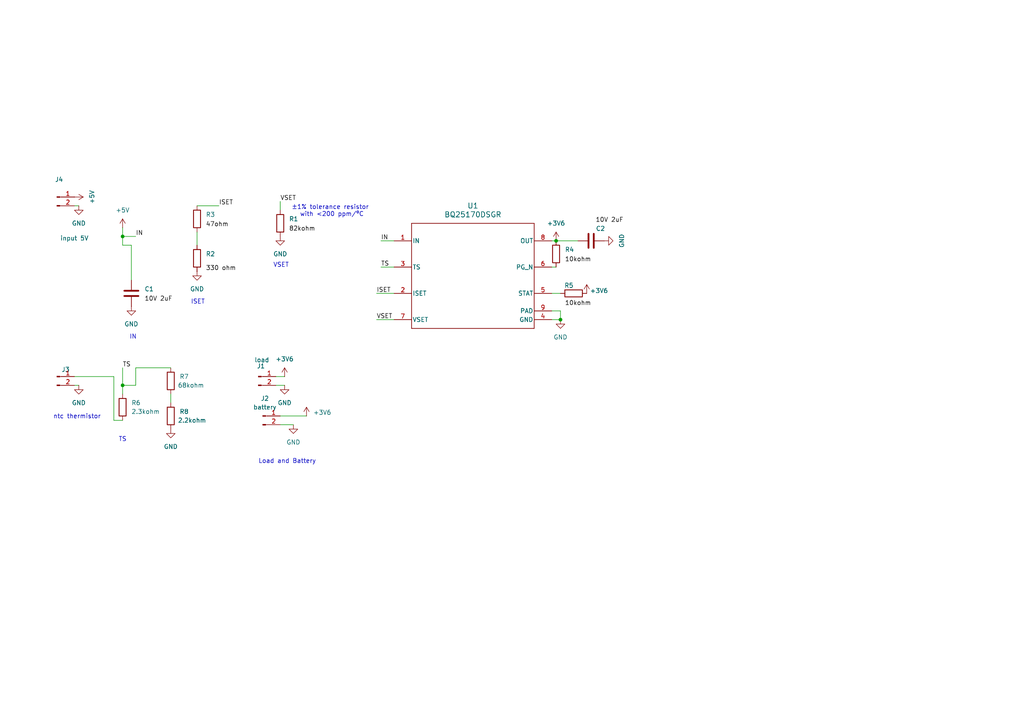
<source format=kicad_sch>
(kicad_sch
	(version 20250114)
	(generator "eeschema")
	(generator_version "9.0")
	(uuid "4e5bd02d-1634-42ed-9cbe-5a906c80cde4")
	(paper "A4")
	(lib_symbols
		(symbol "Connector:Conn_01x02_Pin"
			(pin_names
				(offset 1.016)
				(hide yes)
			)
			(exclude_from_sim no)
			(in_bom yes)
			(on_board yes)
			(property "Reference" "J"
				(at 0 2.54 0)
				(effects
					(font
						(size 1.27 1.27)
					)
				)
			)
			(property "Value" "Conn_01x02_Pin"
				(at 0 -5.08 0)
				(effects
					(font
						(size 1.27 1.27)
					)
				)
			)
			(property "Footprint" ""
				(at 0 0 0)
				(effects
					(font
						(size 1.27 1.27)
					)
					(hide yes)
				)
			)
			(property "Datasheet" "~"
				(at 0 0 0)
				(effects
					(font
						(size 1.27 1.27)
					)
					(hide yes)
				)
			)
			(property "Description" "Generic connector, single row, 01x02, script generated"
				(at 0 0 0)
				(effects
					(font
						(size 1.27 1.27)
					)
					(hide yes)
				)
			)
			(property "ki_locked" ""
				(at 0 0 0)
				(effects
					(font
						(size 1.27 1.27)
					)
				)
			)
			(property "ki_keywords" "connector"
				(at 0 0 0)
				(effects
					(font
						(size 1.27 1.27)
					)
					(hide yes)
				)
			)
			(property "ki_fp_filters" "Connector*:*_1x??_*"
				(at 0 0 0)
				(effects
					(font
						(size 1.27 1.27)
					)
					(hide yes)
				)
			)
			(symbol "Conn_01x02_Pin_1_1"
				(rectangle
					(start 0.8636 0.127)
					(end 0 -0.127)
					(stroke
						(width 0.1524)
						(type default)
					)
					(fill
						(type outline)
					)
				)
				(rectangle
					(start 0.8636 -2.413)
					(end 0 -2.667)
					(stroke
						(width 0.1524)
						(type default)
					)
					(fill
						(type outline)
					)
				)
				(polyline
					(pts
						(xy 1.27 0) (xy 0.8636 0)
					)
					(stroke
						(width 0.1524)
						(type default)
					)
					(fill
						(type none)
					)
				)
				(polyline
					(pts
						(xy 1.27 -2.54) (xy 0.8636 -2.54)
					)
					(stroke
						(width 0.1524)
						(type default)
					)
					(fill
						(type none)
					)
				)
				(pin passive line
					(at 5.08 0 180)
					(length 3.81)
					(name "Pin_1"
						(effects
							(font
								(size 1.27 1.27)
							)
						)
					)
					(number "1"
						(effects
							(font
								(size 1.27 1.27)
							)
						)
					)
				)
				(pin passive line
					(at 5.08 -2.54 180)
					(length 3.81)
					(name "Pin_2"
						(effects
							(font
								(size 1.27 1.27)
							)
						)
					)
					(number "2"
						(effects
							(font
								(size 1.27 1.27)
							)
						)
					)
				)
			)
			(embedded_fonts no)
		)
		(symbol "Device:C"
			(pin_numbers
				(hide yes)
			)
			(pin_names
				(offset 0.254)
			)
			(exclude_from_sim no)
			(in_bom yes)
			(on_board yes)
			(property "Reference" "C"
				(at 0.635 2.54 0)
				(effects
					(font
						(size 1.27 1.27)
					)
					(justify left)
				)
			)
			(property "Value" "C"
				(at 0.635 -2.54 0)
				(effects
					(font
						(size 1.27 1.27)
					)
					(justify left)
				)
			)
			(property "Footprint" ""
				(at 0.9652 -3.81 0)
				(effects
					(font
						(size 1.27 1.27)
					)
					(hide yes)
				)
			)
			(property "Datasheet" "~"
				(at 0 0 0)
				(effects
					(font
						(size 1.27 1.27)
					)
					(hide yes)
				)
			)
			(property "Description" "Unpolarized capacitor"
				(at 0 0 0)
				(effects
					(font
						(size 1.27 1.27)
					)
					(hide yes)
				)
			)
			(property "ki_keywords" "cap capacitor"
				(at 0 0 0)
				(effects
					(font
						(size 1.27 1.27)
					)
					(hide yes)
				)
			)
			(property "ki_fp_filters" "C_*"
				(at 0 0 0)
				(effects
					(font
						(size 1.27 1.27)
					)
					(hide yes)
				)
			)
			(symbol "C_0_1"
				(polyline
					(pts
						(xy -2.032 0.762) (xy 2.032 0.762)
					)
					(stroke
						(width 0.508)
						(type default)
					)
					(fill
						(type none)
					)
				)
				(polyline
					(pts
						(xy -2.032 -0.762) (xy 2.032 -0.762)
					)
					(stroke
						(width 0.508)
						(type default)
					)
					(fill
						(type none)
					)
				)
			)
			(symbol "C_1_1"
				(pin passive line
					(at 0 3.81 270)
					(length 2.794)
					(name "~"
						(effects
							(font
								(size 1.27 1.27)
							)
						)
					)
					(number "1"
						(effects
							(font
								(size 1.27 1.27)
							)
						)
					)
				)
				(pin passive line
					(at 0 -3.81 90)
					(length 2.794)
					(name "~"
						(effects
							(font
								(size 1.27 1.27)
							)
						)
					)
					(number "2"
						(effects
							(font
								(size 1.27 1.27)
							)
						)
					)
				)
			)
			(embedded_fonts no)
		)
		(symbol "Device:R"
			(pin_numbers
				(hide yes)
			)
			(pin_names
				(offset 0)
			)
			(exclude_from_sim no)
			(in_bom yes)
			(on_board yes)
			(property "Reference" "R"
				(at 2.032 0 90)
				(effects
					(font
						(size 1.27 1.27)
					)
				)
			)
			(property "Value" "R"
				(at 0 0 90)
				(effects
					(font
						(size 1.27 1.27)
					)
				)
			)
			(property "Footprint" ""
				(at -1.778 0 90)
				(effects
					(font
						(size 1.27 1.27)
					)
					(hide yes)
				)
			)
			(property "Datasheet" "~"
				(at 0 0 0)
				(effects
					(font
						(size 1.27 1.27)
					)
					(hide yes)
				)
			)
			(property "Description" "Resistor"
				(at 0 0 0)
				(effects
					(font
						(size 1.27 1.27)
					)
					(hide yes)
				)
			)
			(property "ki_keywords" "R res resistor"
				(at 0 0 0)
				(effects
					(font
						(size 1.27 1.27)
					)
					(hide yes)
				)
			)
			(property "ki_fp_filters" "R_*"
				(at 0 0 0)
				(effects
					(font
						(size 1.27 1.27)
					)
					(hide yes)
				)
			)
			(symbol "R_0_1"
				(rectangle
					(start -1.016 -2.54)
					(end 1.016 2.54)
					(stroke
						(width 0.254)
						(type default)
					)
					(fill
						(type none)
					)
				)
			)
			(symbol "R_1_1"
				(pin passive line
					(at 0 3.81 270)
					(length 1.27)
					(name "~"
						(effects
							(font
								(size 1.27 1.27)
							)
						)
					)
					(number "1"
						(effects
							(font
								(size 1.27 1.27)
							)
						)
					)
				)
				(pin passive line
					(at 0 -3.81 90)
					(length 1.27)
					(name "~"
						(effects
							(font
								(size 1.27 1.27)
							)
						)
					)
					(number "2"
						(effects
							(font
								(size 1.27 1.27)
							)
						)
					)
				)
			)
			(embedded_fonts no)
		)
		(symbol "bq25170:BQ25170DSGR"
			(pin_names
				(offset 0.254)
			)
			(exclude_from_sim no)
			(in_bom yes)
			(on_board yes)
			(property "Reference" "U"
				(at 0 2.54 0)
				(effects
					(font
						(size 1.524 1.524)
					)
				)
			)
			(property "Value" "BQ25170DSGR"
				(at 0 0 0)
				(effects
					(font
						(size 1.524 1.524)
					)
				)
			)
			(property "Footprint" "DSG0008A"
				(at 0 0 0)
				(effects
					(font
						(size 1.27 1.27)
						(italic yes)
					)
					(hide yes)
				)
			)
			(property "Datasheet" "https://www.ti.com/lit/gpn/bq25170"
				(at 0 0 0)
				(effects
					(font
						(size 1.27 1.27)
						(italic yes)
					)
					(hide yes)
				)
			)
			(property "Description" ""
				(at 0 0 0)
				(effects
					(font
						(size 1.27 1.27)
					)
					(hide yes)
				)
			)
			(property "ki_locked" ""
				(at 0 0 0)
				(effects
					(font
						(size 1.27 1.27)
					)
				)
			)
			(property "ki_keywords" "BQ25170DSGR"
				(at 0 0 0)
				(effects
					(font
						(size 1.27 1.27)
					)
					(hide yes)
				)
			)
			(property "ki_fp_filters" "DSG0008A DSG0008A_NV"
				(at 0 0 0)
				(effects
					(font
						(size 1.27 1.27)
					)
					(hide yes)
				)
			)
			(symbol "BQ25170DSGR_0_1"
				(polyline
					(pts
						(xy -17.78 15.24) (xy -17.78 -15.24)
					)
					(stroke
						(width 0.2032)
						(type default)
					)
					(fill
						(type none)
					)
				)
				(polyline
					(pts
						(xy -17.78 -15.24) (xy 17.78 -15.24)
					)
					(stroke
						(width 0.2032)
						(type default)
					)
					(fill
						(type none)
					)
				)
				(polyline
					(pts
						(xy 17.78 15.24) (xy -17.78 15.24)
					)
					(stroke
						(width 0.2032)
						(type default)
					)
					(fill
						(type none)
					)
				)
				(polyline
					(pts
						(xy 17.78 -15.24) (xy 17.78 15.24)
					)
					(stroke
						(width 0.2032)
						(type default)
					)
					(fill
						(type none)
					)
				)
				(pin power_in line
					(at -22.86 10.16 0)
					(length 5.08)
					(name "IN"
						(effects
							(font
								(size 1.27 1.27)
							)
						)
					)
					(number "1"
						(effects
							(font
								(size 1.27 1.27)
							)
						)
					)
				)
				(pin bidirectional line
					(at -22.86 2.54 0)
					(length 5.08)
					(name "TS"
						(effects
							(font
								(size 1.27 1.27)
							)
						)
					)
					(number "3"
						(effects
							(font
								(size 1.27 1.27)
							)
						)
					)
				)
				(pin input line
					(at -22.86 -5.08 0)
					(length 5.08)
					(name "ISET"
						(effects
							(font
								(size 1.27 1.27)
							)
						)
					)
					(number "2"
						(effects
							(font
								(size 1.27 1.27)
							)
						)
					)
				)
				(pin input line
					(at -22.86 -12.7 0)
					(length 5.08)
					(name "VSET"
						(effects
							(font
								(size 1.27 1.27)
							)
						)
					)
					(number "7"
						(effects
							(font
								(size 1.27 1.27)
							)
						)
					)
				)
				(pin output line
					(at 22.86 10.16 180)
					(length 5.08)
					(name "OUT"
						(effects
							(font
								(size 1.27 1.27)
							)
						)
					)
					(number "8"
						(effects
							(font
								(size 1.27 1.27)
							)
						)
					)
				)
				(pin output line
					(at 22.86 2.54 180)
					(length 5.08)
					(name "PG_N"
						(effects
							(font
								(size 1.27 1.27)
							)
						)
					)
					(number "6"
						(effects
							(font
								(size 1.27 1.27)
							)
						)
					)
				)
				(pin output line
					(at 22.86 -5.08 180)
					(length 5.08)
					(name "STAT"
						(effects
							(font
								(size 1.27 1.27)
							)
						)
					)
					(number "5"
						(effects
							(font
								(size 1.27 1.27)
							)
						)
					)
				)
				(pin power_in line
					(at 22.86 -10.16 180)
					(length 5.08)
					(name "PAD"
						(effects
							(font
								(size 1.27 1.27)
							)
						)
					)
					(number "9"
						(effects
							(font
								(size 1.27 1.27)
							)
						)
					)
				)
				(pin power_in line
					(at 22.86 -12.7 180)
					(length 5.08)
					(name "GND"
						(effects
							(font
								(size 1.27 1.27)
							)
						)
					)
					(number "4"
						(effects
							(font
								(size 1.27 1.27)
							)
						)
					)
				)
			)
			(embedded_fonts no)
		)
		(symbol "power:+3V3"
			(power)
			(pin_numbers
				(hide yes)
			)
			(pin_names
				(offset 0)
				(hide yes)
			)
			(exclude_from_sim no)
			(in_bom yes)
			(on_board yes)
			(property "Reference" "#PWR"
				(at 0 -3.81 0)
				(effects
					(font
						(size 1.27 1.27)
					)
					(hide yes)
				)
			)
			(property "Value" "+3V3"
				(at 0 3.556 0)
				(effects
					(font
						(size 1.27 1.27)
					)
				)
			)
			(property "Footprint" ""
				(at 0 0 0)
				(effects
					(font
						(size 1.27 1.27)
					)
					(hide yes)
				)
			)
			(property "Datasheet" ""
				(at 0 0 0)
				(effects
					(font
						(size 1.27 1.27)
					)
					(hide yes)
				)
			)
			(property "Description" "Power symbol creates a global label with name \"+3V3\""
				(at 0 0 0)
				(effects
					(font
						(size 1.27 1.27)
					)
					(hide yes)
				)
			)
			(property "ki_keywords" "global power"
				(at 0 0 0)
				(effects
					(font
						(size 1.27 1.27)
					)
					(hide yes)
				)
			)
			(symbol "+3V3_0_1"
				(polyline
					(pts
						(xy -0.762 1.27) (xy 0 2.54)
					)
					(stroke
						(width 0)
						(type default)
					)
					(fill
						(type none)
					)
				)
				(polyline
					(pts
						(xy 0 2.54) (xy 0.762 1.27)
					)
					(stroke
						(width 0)
						(type default)
					)
					(fill
						(type none)
					)
				)
				(polyline
					(pts
						(xy 0 0) (xy 0 2.54)
					)
					(stroke
						(width 0)
						(type default)
					)
					(fill
						(type none)
					)
				)
			)
			(symbol "+3V3_1_1"
				(pin power_in line
					(at 0 0 90)
					(length 0)
					(name "~"
						(effects
							(font
								(size 1.27 1.27)
							)
						)
					)
					(number "1"
						(effects
							(font
								(size 1.27 1.27)
							)
						)
					)
				)
			)
			(embedded_fonts no)
		)
		(symbol "power:+5V"
			(power)
			(pin_numbers
				(hide yes)
			)
			(pin_names
				(offset 0)
				(hide yes)
			)
			(exclude_from_sim no)
			(in_bom yes)
			(on_board yes)
			(property "Reference" "#PWR"
				(at 0 -3.81 0)
				(effects
					(font
						(size 1.27 1.27)
					)
					(hide yes)
				)
			)
			(property "Value" "+5V"
				(at 0 3.556 0)
				(effects
					(font
						(size 1.27 1.27)
					)
				)
			)
			(property "Footprint" ""
				(at 0 0 0)
				(effects
					(font
						(size 1.27 1.27)
					)
					(hide yes)
				)
			)
			(property "Datasheet" ""
				(at 0 0 0)
				(effects
					(font
						(size 1.27 1.27)
					)
					(hide yes)
				)
			)
			(property "Description" "Power symbol creates a global label with name \"+5V\""
				(at 0 0 0)
				(effects
					(font
						(size 1.27 1.27)
					)
					(hide yes)
				)
			)
			(property "ki_keywords" "global power"
				(at 0 0 0)
				(effects
					(font
						(size 1.27 1.27)
					)
					(hide yes)
				)
			)
			(symbol "+5V_0_1"
				(polyline
					(pts
						(xy -0.762 1.27) (xy 0 2.54)
					)
					(stroke
						(width 0)
						(type default)
					)
					(fill
						(type none)
					)
				)
				(polyline
					(pts
						(xy 0 2.54) (xy 0.762 1.27)
					)
					(stroke
						(width 0)
						(type default)
					)
					(fill
						(type none)
					)
				)
				(polyline
					(pts
						(xy 0 0) (xy 0 2.54)
					)
					(stroke
						(width 0)
						(type default)
					)
					(fill
						(type none)
					)
				)
			)
			(symbol "+5V_1_1"
				(pin power_in line
					(at 0 0 90)
					(length 0)
					(name "~"
						(effects
							(font
								(size 1.27 1.27)
							)
						)
					)
					(number "1"
						(effects
							(font
								(size 1.27 1.27)
							)
						)
					)
				)
			)
			(embedded_fonts no)
		)
		(symbol "power:GND"
			(power)
			(pin_numbers
				(hide yes)
			)
			(pin_names
				(offset 0)
				(hide yes)
			)
			(exclude_from_sim no)
			(in_bom yes)
			(on_board yes)
			(property "Reference" "#PWR"
				(at 0 -6.35 0)
				(effects
					(font
						(size 1.27 1.27)
					)
					(hide yes)
				)
			)
			(property "Value" "GND"
				(at 0 -3.81 0)
				(effects
					(font
						(size 1.27 1.27)
					)
				)
			)
			(property "Footprint" ""
				(at 0 0 0)
				(effects
					(font
						(size 1.27 1.27)
					)
					(hide yes)
				)
			)
			(property "Datasheet" ""
				(at 0 0 0)
				(effects
					(font
						(size 1.27 1.27)
					)
					(hide yes)
				)
			)
			(property "Description" "Power symbol creates a global label with name \"GND\" , ground"
				(at 0 0 0)
				(effects
					(font
						(size 1.27 1.27)
					)
					(hide yes)
				)
			)
			(property "ki_keywords" "global power"
				(at 0 0 0)
				(effects
					(font
						(size 1.27 1.27)
					)
					(hide yes)
				)
			)
			(symbol "GND_0_1"
				(polyline
					(pts
						(xy 0 0) (xy 0 -1.27) (xy 1.27 -1.27) (xy 0 -2.54) (xy -1.27 -1.27) (xy 0 -1.27)
					)
					(stroke
						(width 0)
						(type default)
					)
					(fill
						(type none)
					)
				)
			)
			(symbol "GND_1_1"
				(pin power_in line
					(at 0 0 270)
					(length 0)
					(name "~"
						(effects
							(font
								(size 1.27 1.27)
							)
						)
					)
					(number "1"
						(effects
							(font
								(size 1.27 1.27)
							)
						)
					)
				)
			)
			(embedded_fonts no)
		)
	)
	(text "VSET"
		(exclude_from_sim no)
		(at 81.534 76.962 0)
		(effects
			(font
				(size 1.27 1.27)
			)
		)
		(uuid "00cdca95-979e-4bf7-898a-a377374c7bce")
	)
	(text "±1% tolerance resistor \nwith <200 ppm/ºC"
		(exclude_from_sim no)
		(at 96.266 61.214 0)
		(effects
			(font
				(size 1.27 1.27)
			)
		)
		(uuid "0428908c-c8f1-4a10-b20a-6b1843b435c7")
	)
	(text "IN"
		(exclude_from_sim no)
		(at 38.608 97.79 0)
		(effects
			(font
				(size 1.27 1.27)
			)
		)
		(uuid "2a51a818-caf9-4102-9eec-7ed5f9e6cedc")
	)
	(text "Load and Battery"
		(exclude_from_sim no)
		(at 83.312 133.858 0)
		(effects
			(font
				(size 1.27 1.27)
			)
		)
		(uuid "a451711d-eda4-409b-b643-38b9d9df32fb")
	)
	(text "ntc thermistor"
		(exclude_from_sim no)
		(at 22.352 120.904 0)
		(effects
			(font
				(size 1.27 1.27)
			)
		)
		(uuid "a5bcd0c7-0b2a-443b-8ee6-6c7a9a1ec1e1")
	)
	(text "TS"
		(exclude_from_sim no)
		(at 35.56 127.508 0)
		(effects
			(font
				(size 1.27 1.27)
			)
		)
		(uuid "c0b7c29f-fbf5-4da8-a5d0-b30d0db8eb7b")
	)
	(text "ISET"
		(exclude_from_sim no)
		(at 57.404 87.63 0)
		(effects
			(font
				(size 1.27 1.27)
			)
		)
		(uuid "c8184f2b-431f-497e-81bd-dd4bafc07abe")
	)
	(junction
		(at 161.29 69.85)
		(diameter 0)
		(color 0 0 0 0)
		(uuid "0b7ca062-811c-4f27-b723-4a43fb7f5a34")
	)
	(junction
		(at 35.56 68.58)
		(diameter 0)
		(color 0 0 0 0)
		(uuid "22a18168-3b71-408b-b3ec-6192b7700098")
	)
	(junction
		(at 35.56 111.76)
		(diameter 0)
		(color 0 0 0 0)
		(uuid "63e5290f-8018-4562-8c7b-86be165ed85a")
	)
	(junction
		(at 162.56 92.71)
		(diameter 0)
		(color 0 0 0 0)
		(uuid "cbd3fa1e-9d77-4682-88ba-ad802f800d21")
	)
	(wire
		(pts
			(xy 33.02 109.22) (xy 21.59 109.22)
		)
		(stroke
			(width 0)
			(type default)
		)
		(uuid "0ad76ffd-1ea8-4c76-9e1e-e54fb9dec2c3")
	)
	(wire
		(pts
			(xy 21.59 59.69) (xy 22.86 59.69)
		)
		(stroke
			(width 0)
			(type default)
		)
		(uuid "0bf9f6b9-f57c-4a43-8858-38744bd0b88c")
	)
	(wire
		(pts
			(xy 162.56 90.17) (xy 162.56 92.71)
		)
		(stroke
			(width 0)
			(type default)
		)
		(uuid "0d349bd8-0477-46ae-9202-42d938c1742a")
	)
	(wire
		(pts
			(xy 38.1 71.12) (xy 38.1 81.28)
		)
		(stroke
			(width 0)
			(type default)
		)
		(uuid "100b585b-97b2-4209-b0e5-a3c34d744ddf")
	)
	(wire
		(pts
			(xy 35.56 121.92) (xy 33.02 121.92)
		)
		(stroke
			(width 0)
			(type default)
		)
		(uuid "17cd248b-f420-4d1d-9fbe-03ce12ed6a69")
	)
	(wire
		(pts
			(xy 33.02 109.22) (xy 33.02 121.92)
		)
		(stroke
			(width 0)
			(type default)
		)
		(uuid "1a10b43e-4a05-45c3-a8ce-41bcef2ad87a")
	)
	(wire
		(pts
			(xy 81.28 123.19) (xy 85.09 123.19)
		)
		(stroke
			(width 0)
			(type default)
		)
		(uuid "1ab6feec-428b-4fca-8f13-c2e01dbd00ea")
	)
	(wire
		(pts
			(xy 57.15 67.31) (xy 57.15 71.12)
		)
		(stroke
			(width 0)
			(type default)
		)
		(uuid "30b97a23-5225-4b44-8fad-105303a0bfc4")
	)
	(wire
		(pts
			(xy 160.02 69.85) (xy 161.29 69.85)
		)
		(stroke
			(width 0)
			(type default)
		)
		(uuid "3215d0e9-8353-4a6a-92a4-c17a438a39fc")
	)
	(wire
		(pts
			(xy 39.37 111.76) (xy 35.56 111.76)
		)
		(stroke
			(width 0)
			(type default)
		)
		(uuid "328cb143-6633-44c2-99aa-f08f36f0267c")
	)
	(wire
		(pts
			(xy 160.02 90.17) (xy 162.56 90.17)
		)
		(stroke
			(width 0)
			(type default)
		)
		(uuid "4468db01-e1f0-42e8-a02c-6a7b9f4a2216")
	)
	(wire
		(pts
			(xy 110.49 77.47) (xy 114.3 77.47)
		)
		(stroke
			(width 0)
			(type default)
		)
		(uuid "49fa125b-560a-439b-95fa-901f42cd6e57")
	)
	(wire
		(pts
			(xy 35.56 111.76) (xy 35.56 114.3)
		)
		(stroke
			(width 0)
			(type default)
		)
		(uuid "4c7f6068-beeb-4320-be12-7826d8f165ae")
	)
	(wire
		(pts
			(xy 81.28 58.42) (xy 81.28 60.96)
		)
		(stroke
			(width 0)
			(type default)
		)
		(uuid "4d654c84-83e4-443a-aefd-4b11b0e9ab72")
	)
	(wire
		(pts
			(xy 161.29 77.47) (xy 160.02 77.47)
		)
		(stroke
			(width 0)
			(type default)
		)
		(uuid "6f369ba1-5eb1-48b1-a637-e41c62be5aec")
	)
	(wire
		(pts
			(xy 35.56 68.58) (xy 39.37 68.58)
		)
		(stroke
			(width 0)
			(type default)
		)
		(uuid "70b9627b-8eec-46ba-8648-6651db4ef879")
	)
	(wire
		(pts
			(xy 49.53 114.3) (xy 49.53 116.84)
		)
		(stroke
			(width 0)
			(type default)
		)
		(uuid "7368c86a-6d62-4ee3-8221-601639db3719")
	)
	(wire
		(pts
			(xy 49.53 106.68) (xy 39.37 106.68)
		)
		(stroke
			(width 0)
			(type default)
		)
		(uuid "7b9db6be-ec1b-4225-9190-a1bfac2df474")
	)
	(wire
		(pts
			(xy 109.22 92.71) (xy 114.3 92.71)
		)
		(stroke
			(width 0)
			(type default)
		)
		(uuid "7dbd66d0-04ef-44dd-820e-f8467ec4c2da")
	)
	(wire
		(pts
			(xy 160.02 85.09) (xy 162.56 85.09)
		)
		(stroke
			(width 0)
			(type default)
		)
		(uuid "7f5757bf-4256-4bab-8279-ccdb7a5c9379")
	)
	(wire
		(pts
			(xy 35.56 68.58) (xy 35.56 71.12)
		)
		(stroke
			(width 0)
			(type default)
		)
		(uuid "918f5554-4eee-4c3a-bd46-2d0bf47d2e36")
	)
	(wire
		(pts
			(xy 21.59 111.76) (xy 22.86 111.76)
		)
		(stroke
			(width 0)
			(type default)
		)
		(uuid "91e987da-02c9-4419-8fa5-9e52926534cb")
	)
	(wire
		(pts
			(xy 80.01 109.22) (xy 82.55 109.22)
		)
		(stroke
			(width 0)
			(type default)
		)
		(uuid "a8858993-cc63-411f-b5f4-2121f8f0eafc")
	)
	(wire
		(pts
			(xy 81.28 120.65) (xy 88.9 120.65)
		)
		(stroke
			(width 0)
			(type default)
		)
		(uuid "b2632848-7285-42d2-8741-9ad7c1203979")
	)
	(wire
		(pts
			(xy 35.56 66.04) (xy 35.56 68.58)
		)
		(stroke
			(width 0)
			(type default)
		)
		(uuid "b5720fd9-d92c-4866-a93f-660ea511207c")
	)
	(wire
		(pts
			(xy 39.37 106.68) (xy 39.37 111.76)
		)
		(stroke
			(width 0)
			(type default)
		)
		(uuid "bd5d7c1c-441f-4942-a446-b9b058917dbd")
	)
	(wire
		(pts
			(xy 109.22 85.09) (xy 114.3 85.09)
		)
		(stroke
			(width 0)
			(type default)
		)
		(uuid "c39c9e19-4328-4142-bfb3-d67338ac68c6")
	)
	(wire
		(pts
			(xy 160.02 92.71) (xy 162.56 92.71)
		)
		(stroke
			(width 0)
			(type default)
		)
		(uuid "c4b24da4-5574-47ad-98cf-a665b3638b07")
	)
	(wire
		(pts
			(xy 161.29 69.85) (xy 167.64 69.85)
		)
		(stroke
			(width 0)
			(type default)
		)
		(uuid "d4e70880-25c8-4a70-b060-560558053fd9")
	)
	(wire
		(pts
			(xy 35.56 106.68) (xy 35.56 111.76)
		)
		(stroke
			(width 0)
			(type default)
		)
		(uuid "d59b6d46-a69a-4325-8d23-ba09a5cf3153")
	)
	(wire
		(pts
			(xy 35.56 71.12) (xy 38.1 71.12)
		)
		(stroke
			(width 0)
			(type default)
		)
		(uuid "d5c3cafa-a116-45eb-8363-7cb6f5029aad")
	)
	(wire
		(pts
			(xy 80.01 111.76) (xy 82.55 111.76)
		)
		(stroke
			(width 0)
			(type default)
		)
		(uuid "dc2716a1-e779-412d-b6fb-07e5ecccbaf5")
	)
	(wire
		(pts
			(xy 57.15 59.69) (xy 63.5 59.69)
		)
		(stroke
			(width 0)
			(type default)
		)
		(uuid "e13dbb51-d40f-45b7-977a-890613c6dac1")
	)
	(wire
		(pts
			(xy 110.49 69.85) (xy 114.3 69.85)
		)
		(stroke
			(width 0)
			(type default)
		)
		(uuid "fc2ff9c0-240f-440e-9594-a888170adc66")
	)
	(label "VSET"
		(at 81.28 58.42 0)
		(effects
			(font
				(size 1.27 1.27)
			)
			(justify left bottom)
		)
		(uuid "202992b5-f0c7-4f45-ab0f-9fe497e1533b")
	)
	(label "10V 2uF"
		(at 172.72 64.77 0)
		(effects
			(font
				(size 1.27 1.27)
			)
			(justify left bottom)
		)
		(uuid "2728e07d-db4a-4314-82ba-1a03aeea930d")
	)
	(label "10kohm"
		(at 163.83 88.9 0)
		(effects
			(font
				(size 1.27 1.27)
			)
			(justify left bottom)
		)
		(uuid "288f5f67-e082-4ae6-ba6b-2e54ba347c89")
	)
	(label "82kohm"
		(at 83.82 67.31 0)
		(effects
			(font
				(size 1.27 1.27)
			)
			(justify left bottom)
		)
		(uuid "446822ad-0bf6-4882-b011-7a54545e7315")
	)
	(label "10V 2uF"
		(at 41.91 87.63 0)
		(effects
			(font
				(size 1.27 1.27)
			)
			(justify left bottom)
		)
		(uuid "4a079215-a71c-4cbc-9ec7-de5f774487b2")
	)
	(label "330 ohm"
		(at 59.69 78.74 0)
		(effects
			(font
				(size 1.27 1.27)
			)
			(justify left bottom)
		)
		(uuid "4a9c7d52-1ada-469a-97f2-b933e4c0e93f")
	)
	(label "TS"
		(at 110.49 77.47 0)
		(effects
			(font
				(size 1.27 1.27)
			)
			(justify left bottom)
		)
		(uuid "5bab559a-26e6-4948-be62-77e197f8c85f")
	)
	(label "ISET"
		(at 109.22 85.09 0)
		(effects
			(font
				(size 1.27 1.27)
			)
			(justify left bottom)
		)
		(uuid "863c5df3-97e9-463f-a9dd-c28ec7806291")
	)
	(label "10kohm"
		(at 163.83 76.2 0)
		(effects
			(font
				(size 1.27 1.27)
			)
			(justify left bottom)
		)
		(uuid "9cf230f6-6afb-4d4a-89cf-7a4c8c25a446")
	)
	(label "IN"
		(at 110.49 69.85 0)
		(effects
			(font
				(size 1.27 1.27)
			)
			(justify left bottom)
		)
		(uuid "b8bfc856-c99f-4bce-8ae2-53e94c8a4448")
	)
	(label "47ohm"
		(at 59.69 66.04 0)
		(effects
			(font
				(size 1.27 1.27)
			)
			(justify left bottom)
		)
		(uuid "b90d4ffd-e2a8-427d-9482-0db4ff077dde")
	)
	(label "TS"
		(at 35.56 106.68 0)
		(effects
			(font
				(size 1.27 1.27)
			)
			(justify left bottom)
		)
		(uuid "c5e87038-e0a9-482c-9022-d33d1b126b21")
	)
	(label "VSET"
		(at 109.22 92.71 0)
		(effects
			(font
				(size 1.27 1.27)
			)
			(justify left bottom)
		)
		(uuid "d016c196-a5ee-4732-90bc-411ea1855b88")
	)
	(label "ISET"
		(at 63.5 59.69 0)
		(effects
			(font
				(size 1.27 1.27)
			)
			(justify left bottom)
		)
		(uuid "df1be07e-8c35-49ce-b4e2-1ab62f11ecca")
	)
	(label "IN"
		(at 39.37 68.58 0)
		(effects
			(font
				(size 1.27 1.27)
			)
			(justify left bottom)
		)
		(uuid "f02e9076-e627-4f94-a35b-7f965b7d8cf9")
	)
	(symbol
		(lib_id "Device:R")
		(at 81.28 64.77 0)
		(unit 1)
		(exclude_from_sim no)
		(in_bom yes)
		(on_board yes)
		(dnp no)
		(fields_autoplaced yes)
		(uuid "17400f3f-9aa8-4982-9b4c-e606c52ffb58")
		(property "Reference" "R1"
			(at 83.82 63.4999 0)
			(effects
				(font
					(size 1.27 1.27)
				)
				(justify left)
			)
		)
		(property "Value" "R"
			(at 83.82 66.0399 0)
			(effects
				(font
					(size 1.27 1.27)
				)
				(justify left)
				(hide yes)
			)
		)
		(property "Footprint" "Resistor_SMD:R_1206_3216Metric"
			(at 79.502 64.77 90)
			(effects
				(font
					(size 1.27 1.27)
				)
				(hide yes)
			)
		)
		(property "Datasheet" "~"
			(at 81.28 64.77 0)
			(effects
				(font
					(size 1.27 1.27)
				)
				(hide yes)
			)
		)
		(property "Description" "Resistor"
			(at 81.28 64.77 0)
			(effects
				(font
					(size 1.27 1.27)
				)
				(hide yes)
			)
		)
		(pin "1"
			(uuid "63a1570f-300f-47b4-ba42-e5820d59a952")
		)
		(pin "2"
			(uuid "517c7177-076a-4b7e-be08-0e05d40df7e7")
		)
		(instances
			(project ""
				(path "/4e5bd02d-1634-42ed-9cbe-5a906c80cde4"
					(reference "R1")
					(unit 1)
				)
			)
		)
	)
	(symbol
		(lib_id "power:+3V3")
		(at 82.55 109.22 0)
		(unit 1)
		(exclude_from_sim no)
		(in_bom yes)
		(on_board yes)
		(dnp no)
		(fields_autoplaced yes)
		(uuid "26b9ddad-04c7-4c31-8a5b-091996be71fc")
		(property "Reference" "#PWR015"
			(at 82.55 113.03 0)
			(effects
				(font
					(size 1.27 1.27)
				)
				(hide yes)
			)
		)
		(property "Value" "+3V6"
			(at 82.55 104.14 0)
			(effects
				(font
					(size 1.27 1.27)
				)
			)
		)
		(property "Footprint" ""
			(at 82.55 109.22 0)
			(effects
				(font
					(size 1.27 1.27)
				)
				(hide yes)
			)
		)
		(property "Datasheet" ""
			(at 82.55 109.22 0)
			(effects
				(font
					(size 1.27 1.27)
				)
				(hide yes)
			)
		)
		(property "Description" "Power symbol creates a global label with name \"+3V3\""
			(at 82.55 109.22 0)
			(effects
				(font
					(size 1.27 1.27)
				)
				(hide yes)
			)
		)
		(pin "1"
			(uuid "c610d719-894e-46a5-8548-401ed6a00973")
		)
		(instances
			(project "battery_circuit"
				(path "/4e5bd02d-1634-42ed-9cbe-5a906c80cde4"
					(reference "#PWR015")
					(unit 1)
				)
			)
		)
	)
	(symbol
		(lib_id "Device:C")
		(at 38.1 85.09 0)
		(unit 1)
		(exclude_from_sim no)
		(in_bom yes)
		(on_board yes)
		(dnp no)
		(fields_autoplaced yes)
		(uuid "288d59cd-9f7b-4dca-a62e-b54c844013ec")
		(property "Reference" "C1"
			(at 41.91 83.8199 0)
			(effects
				(font
					(size 1.27 1.27)
				)
				(justify left)
			)
		)
		(property "Value" "C"
			(at 41.91 86.3599 0)
			(effects
				(font
					(size 1.27 1.27)
				)
				(justify left)
				(hide yes)
			)
		)
		(property "Footprint" "Capacitor_SMD:C_0603_1608Metric"
			(at 39.0652 88.9 0)
			(effects
				(font
					(size 1.27 1.27)
				)
				(hide yes)
			)
		)
		(property "Datasheet" "~"
			(at 38.1 85.09 0)
			(effects
				(font
					(size 1.27 1.27)
				)
				(hide yes)
			)
		)
		(property "Description" "Unpolarized capacitor"
			(at 38.1 85.09 0)
			(effects
				(font
					(size 1.27 1.27)
				)
				(hide yes)
			)
		)
		(pin "1"
			(uuid "0a173b34-426e-49f3-86aa-210474ab06db")
		)
		(pin "2"
			(uuid "9c91e0f5-f8c8-450a-921b-8cafc27059d2")
		)
		(instances
			(project ""
				(path "/4e5bd02d-1634-42ed-9cbe-5a906c80cde4"
					(reference "C1")
					(unit 1)
				)
			)
		)
	)
	(symbol
		(lib_id "power:+5V")
		(at 21.59 57.15 270)
		(unit 1)
		(exclude_from_sim no)
		(in_bom yes)
		(on_board yes)
		(dnp no)
		(fields_autoplaced yes)
		(uuid "2d1f2fe1-f9f7-4bce-b210-7edbe06bc83f")
		(property "Reference" "#PWR04"
			(at 17.78 57.15 0)
			(effects
				(font
					(size 1.27 1.27)
				)
				(hide yes)
			)
		)
		(property "Value" "+5V"
			(at 26.67 57.15 0)
			(effects
				(font
					(size 1.27 1.27)
				)
			)
		)
		(property "Footprint" ""
			(at 21.59 57.15 0)
			(effects
				(font
					(size 1.27 1.27)
				)
				(hide yes)
			)
		)
		(property "Datasheet" ""
			(at 21.59 57.15 0)
			(effects
				(font
					(size 1.27 1.27)
				)
				(hide yes)
			)
		)
		(property "Description" "Power symbol creates a global label with name \"+5V\""
			(at 21.59 57.15 0)
			(effects
				(font
					(size 1.27 1.27)
				)
				(hide yes)
			)
		)
		(pin "1"
			(uuid "12b47d7d-57b6-419c-9c7b-b4e9f733c3a7")
		)
		(instances
			(project "battery_circuit"
				(path "/4e5bd02d-1634-42ed-9cbe-5a906c80cde4"
					(reference "#PWR04")
					(unit 1)
				)
			)
		)
	)
	(symbol
		(lib_id "Device:R")
		(at 57.15 63.5 0)
		(unit 1)
		(exclude_from_sim no)
		(in_bom yes)
		(on_board yes)
		(dnp no)
		(fields_autoplaced yes)
		(uuid "2e22c8a7-431b-42bd-826b-1c74b6962497")
		(property "Reference" "R3"
			(at 59.69 62.2299 0)
			(effects
				(font
					(size 1.27 1.27)
				)
				(justify left)
			)
		)
		(property "Value" "R"
			(at 59.69 64.7699 0)
			(effects
				(font
					(size 1.27 1.27)
				)
				(justify left)
				(hide yes)
			)
		)
		(property "Footprint" "Resistor_SMD:R_2010_5025Metric_Pad1.40x2.65mm_HandSolder"
			(at 55.372 63.5 90)
			(effects
				(font
					(size 1.27 1.27)
				)
				(hide yes)
			)
		)
		(property "Datasheet" "~"
			(at 57.15 63.5 0)
			(effects
				(font
					(size 1.27 1.27)
				)
				(hide yes)
			)
		)
		(property "Description" "Resistor"
			(at 57.15 63.5 0)
			(effects
				(font
					(size 1.27 1.27)
				)
				(hide yes)
			)
		)
		(pin "2"
			(uuid "ed380dbf-8ec9-4a2f-874b-d28920cbf592")
		)
		(pin "1"
			(uuid "8017b98c-9f00-4c77-9a09-ea24fecc9a70")
		)
		(instances
			(project ""
				(path "/4e5bd02d-1634-42ed-9cbe-5a906c80cde4"
					(reference "R3")
					(unit 1)
				)
			)
		)
	)
	(symbol
		(lib_id "Device:R")
		(at 166.37 85.09 90)
		(unit 1)
		(exclude_from_sim no)
		(in_bom yes)
		(on_board yes)
		(dnp no)
		(uuid "310cccbd-8a70-4fd8-a805-46aecdcc7ba6")
		(property "Reference" "R5"
			(at 166.37 82.804 90)
			(effects
				(font
					(size 1.27 1.27)
				)
				(justify left)
			)
		)
		(property "Value" "R"
			(at 167.6399 82.55 0)
			(effects
				(font
					(size 1.27 1.27)
				)
				(justify left)
				(hide yes)
			)
		)
		(property "Footprint" "Resistor_THT:R_Axial_DIN0204_L3.6mm_D1.6mm_P2.54mm_Vertical"
			(at 166.37 86.868 90)
			(effects
				(font
					(size 1.27 1.27)
				)
				(hide yes)
			)
		)
		(property "Datasheet" "~"
			(at 166.37 85.09 0)
			(effects
				(font
					(size 1.27 1.27)
				)
				(hide yes)
			)
		)
		(property "Description" "Resistor"
			(at 166.37 85.09 0)
			(effects
				(font
					(size 1.27 1.27)
				)
				(hide yes)
			)
		)
		(pin "1"
			(uuid "f7b5cfc8-c717-452a-99cb-4418abd44e5a")
		)
		(pin "2"
			(uuid "fb95e76d-e377-46db-8e80-b4e5e83afc45")
		)
		(instances
			(project ""
				(path "/4e5bd02d-1634-42ed-9cbe-5a906c80cde4"
					(reference "R5")
					(unit 1)
				)
			)
		)
	)
	(symbol
		(lib_id "power:GND")
		(at 22.86 111.76 0)
		(unit 1)
		(exclude_from_sim no)
		(in_bom yes)
		(on_board yes)
		(dnp no)
		(fields_autoplaced yes)
		(uuid "31e3a444-99f8-40a4-8de6-9e79c70dbb7c")
		(property "Reference" "#PWR011"
			(at 22.86 118.11 0)
			(effects
				(font
					(size 1.27 1.27)
				)
				(hide yes)
			)
		)
		(property "Value" "GND"
			(at 22.86 116.84 0)
			(effects
				(font
					(size 1.27 1.27)
				)
			)
		)
		(property "Footprint" ""
			(at 22.86 111.76 0)
			(effects
				(font
					(size 1.27 1.27)
				)
				(hide yes)
			)
		)
		(property "Datasheet" ""
			(at 22.86 111.76 0)
			(effects
				(font
					(size 1.27 1.27)
				)
				(hide yes)
			)
		)
		(property "Description" "Power symbol creates a global label with name \"GND\" , ground"
			(at 22.86 111.76 0)
			(effects
				(font
					(size 1.27 1.27)
				)
				(hide yes)
			)
		)
		(pin "1"
			(uuid "37cbd609-b792-48d4-a4cb-1db2f2a2a233")
		)
		(instances
			(project "battery_circuit"
				(path "/4e5bd02d-1634-42ed-9cbe-5a906c80cde4"
					(reference "#PWR011")
					(unit 1)
				)
			)
		)
	)
	(symbol
		(lib_id "power:+5V")
		(at 35.56 66.04 0)
		(unit 1)
		(exclude_from_sim no)
		(in_bom yes)
		(on_board yes)
		(dnp no)
		(fields_autoplaced yes)
		(uuid "4d76e169-03aa-4345-b89c-13e2c812d49d")
		(property "Reference" "#PWR01"
			(at 35.56 69.85 0)
			(effects
				(font
					(size 1.27 1.27)
				)
				(hide yes)
			)
		)
		(property "Value" "+5V"
			(at 35.56 60.96 0)
			(effects
				(font
					(size 1.27 1.27)
				)
			)
		)
		(property "Footprint" ""
			(at 35.56 66.04 0)
			(effects
				(font
					(size 1.27 1.27)
				)
				(hide yes)
			)
		)
		(property "Datasheet" ""
			(at 35.56 66.04 0)
			(effects
				(font
					(size 1.27 1.27)
				)
				(hide yes)
			)
		)
		(property "Description" "Power symbol creates a global label with name \"+5V\""
			(at 35.56 66.04 0)
			(effects
				(font
					(size 1.27 1.27)
				)
				(hide yes)
			)
		)
		(pin "1"
			(uuid "4c4ed864-558f-44d4-939e-aa95f6816f9d")
		)
		(instances
			(project ""
				(path "/4e5bd02d-1634-42ed-9cbe-5a906c80cde4"
					(reference "#PWR01")
					(unit 1)
				)
			)
		)
	)
	(symbol
		(lib_id "Device:C")
		(at 171.45 69.85 90)
		(unit 1)
		(exclude_from_sim no)
		(in_bom yes)
		(on_board yes)
		(dnp no)
		(uuid "5ba895df-d2cc-4782-b6ce-de9e4eeaa06e")
		(property "Reference" "C2"
			(at 175.514 66.294 90)
			(effects
				(font
					(size 1.27 1.27)
				)
				(justify left)
			)
		)
		(property "Value" "C"
			(at 172.7199 66.04 0)
			(effects
				(font
					(size 1.27 1.27)
				)
				(justify left)
				(hide yes)
			)
		)
		(property "Footprint" "Capacitor_SMD:C_0603_1608Metric"
			(at 175.26 68.8848 0)
			(effects
				(font
					(size 1.27 1.27)
				)
				(hide yes)
			)
		)
		(property "Datasheet" "~"
			(at 171.45 69.85 0)
			(effects
				(font
					(size 1.27 1.27)
				)
				(hide yes)
			)
		)
		(property "Description" "Unpolarized capacitor"
			(at 171.45 69.85 0)
			(effects
				(font
					(size 1.27 1.27)
				)
				(hide yes)
			)
		)
		(pin "1"
			(uuid "7877af59-f4d0-482f-b801-16573c8f59b9")
		)
		(pin "2"
			(uuid "ea40b58e-9114-4a1b-b3f6-1e07f44c0bbe")
		)
		(instances
			(project "battery_circuit"
				(path "/4e5bd02d-1634-42ed-9cbe-5a906c80cde4"
					(reference "C2")
					(unit 1)
				)
			)
		)
	)
	(symbol
		(lib_id "bq25170:BQ25170DSGR")
		(at 137.16 80.01 0)
		(unit 1)
		(exclude_from_sim no)
		(in_bom yes)
		(on_board yes)
		(dnp no)
		(fields_autoplaced yes)
		(uuid "614d0482-4813-46a7-a61d-d210ef92bc74")
		(property "Reference" "U1"
			(at 137.16 59.69 0)
			(effects
				(font
					(size 1.524 1.524)
				)
			)
		)
		(property "Value" "BQ25170DSGR"
			(at 137.16 62.23 0)
			(effects
				(font
					(size 1.524 1.524)
				)
			)
		)
		(property "Footprint" "DSG0008A"
			(at 137.16 80.01 0)
			(effects
				(font
					(size 1.27 1.27)
					(italic yes)
				)
				(hide yes)
			)
		)
		(property "Datasheet" "https://www.ti.com/lit/gpn/bq25170"
			(at 137.16 80.01 0)
			(effects
				(font
					(size 1.27 1.27)
					(italic yes)
				)
				(hide yes)
			)
		)
		(property "Description" ""
			(at 137.16 80.01 0)
			(effects
				(font
					(size 1.27 1.27)
				)
				(hide yes)
			)
		)
		(pin "7"
			(uuid "8c223814-20f9-44bd-945c-3daf024ce3be")
		)
		(pin "1"
			(uuid "adc2ecd2-7d89-4438-80cc-6434ded9148a")
		)
		(pin "3"
			(uuid "389b3726-e162-4271-9c6d-57ac48196810")
		)
		(pin "2"
			(uuid "871dbc97-04fc-4d8d-97a7-4d70847d72bf")
		)
		(pin "5"
			(uuid "d1a9698f-bd1c-44e8-81a0-fab99c5c116f")
		)
		(pin "9"
			(uuid "cc0ccd76-c42b-4eef-915c-9dd4efa69d48")
		)
		(pin "4"
			(uuid "030aecf4-6d4f-4d96-83bc-e080fb5a6ff4")
		)
		(pin "8"
			(uuid "3b79ede6-2921-45a3-ba10-05c46edc35f8")
		)
		(pin "6"
			(uuid "cb074c4c-2bcf-44f1-bf2c-cc7111a995e3")
		)
		(instances
			(project ""
				(path "/4e5bd02d-1634-42ed-9cbe-5a906c80cde4"
					(reference "U1")
					(unit 1)
				)
			)
		)
	)
	(symbol
		(lib_id "power:+3V3")
		(at 170.18 85.09 0)
		(unit 1)
		(exclude_from_sim no)
		(in_bom yes)
		(on_board yes)
		(dnp no)
		(uuid "7b1c15c8-4c2b-4e43-bbe3-e3ce7a60aee6")
		(property "Reference" "#PWR013"
			(at 170.18 88.9 0)
			(effects
				(font
					(size 1.27 1.27)
				)
				(hide yes)
			)
		)
		(property "Value" "+3V6"
			(at 173.736 84.328 0)
			(effects
				(font
					(size 1.27 1.27)
				)
			)
		)
		(property "Footprint" ""
			(at 170.18 85.09 0)
			(effects
				(font
					(size 1.27 1.27)
				)
				(hide yes)
			)
		)
		(property "Datasheet" ""
			(at 170.18 85.09 0)
			(effects
				(font
					(size 1.27 1.27)
				)
				(hide yes)
			)
		)
		(property "Description" "Power symbol creates a global label with name \"+3V3\""
			(at 170.18 85.09 0)
			(effects
				(font
					(size 1.27 1.27)
				)
				(hide yes)
			)
		)
		(pin "1"
			(uuid "dd6a4d29-56b6-46b5-9abd-791d463d4a8e")
		)
		(instances
			(project "battery_circuit"
				(path "/4e5bd02d-1634-42ed-9cbe-5a906c80cde4"
					(reference "#PWR013")
					(unit 1)
				)
			)
		)
	)
	(symbol
		(lib_id "power:GND")
		(at 38.1 88.9 0)
		(unit 1)
		(exclude_from_sim no)
		(in_bom yes)
		(on_board yes)
		(dnp no)
		(fields_autoplaced yes)
		(uuid "7cb6e1c1-986f-4935-980e-4b6d1a18c738")
		(property "Reference" "#PWR06"
			(at 38.1 95.25 0)
			(effects
				(font
					(size 1.27 1.27)
				)
				(hide yes)
			)
		)
		(property "Value" "GND"
			(at 38.1 93.98 0)
			(effects
				(font
					(size 1.27 1.27)
				)
			)
		)
		(property "Footprint" ""
			(at 38.1 88.9 0)
			(effects
				(font
					(size 1.27 1.27)
				)
				(hide yes)
			)
		)
		(property "Datasheet" ""
			(at 38.1 88.9 0)
			(effects
				(font
					(size 1.27 1.27)
				)
				(hide yes)
			)
		)
		(property "Description" "Power symbol creates a global label with name \"GND\" , ground"
			(at 38.1 88.9 0)
			(effects
				(font
					(size 1.27 1.27)
				)
				(hide yes)
			)
		)
		(pin "1"
			(uuid "5fabd357-ed99-4910-8eaf-0c632a65f38d")
		)
		(instances
			(project "battery_circuit"
				(path "/4e5bd02d-1634-42ed-9cbe-5a906c80cde4"
					(reference "#PWR06")
					(unit 1)
				)
			)
		)
	)
	(symbol
		(lib_id "power:+3V3")
		(at 161.29 69.85 0)
		(unit 1)
		(exclude_from_sim no)
		(in_bom yes)
		(on_board yes)
		(dnp no)
		(fields_autoplaced yes)
		(uuid "7f7efe37-4450-4222-9bc7-82cffe8f750c")
		(property "Reference" "#PWR03"
			(at 161.29 73.66 0)
			(effects
				(font
					(size 1.27 1.27)
				)
				(hide yes)
			)
		)
		(property "Value" "+3V6"
			(at 161.29 64.77 0)
			(effects
				(font
					(size 1.27 1.27)
				)
			)
		)
		(property "Footprint" ""
			(at 161.29 69.85 0)
			(effects
				(font
					(size 1.27 1.27)
				)
				(hide yes)
			)
		)
		(property "Datasheet" ""
			(at 161.29 69.85 0)
			(effects
				(font
					(size 1.27 1.27)
				)
				(hide yes)
			)
		)
		(property "Description" "Power symbol creates a global label with name \"+3V3\""
			(at 161.29 69.85 0)
			(effects
				(font
					(size 1.27 1.27)
				)
				(hide yes)
			)
		)
		(pin "1"
			(uuid "5d35ee68-1c03-4c82-bec4-38d818e9ba89")
		)
		(instances
			(project ""
				(path "/4e5bd02d-1634-42ed-9cbe-5a906c80cde4"
					(reference "#PWR03")
					(unit 1)
				)
			)
		)
	)
	(symbol
		(lib_id "Device:R")
		(at 49.53 110.49 0)
		(unit 1)
		(exclude_from_sim no)
		(in_bom yes)
		(on_board yes)
		(dnp no)
		(uuid "8d3c405e-c49c-4b08-acb5-5b77f3b93cb5")
		(property "Reference" "R7"
			(at 52.07 109.2199 0)
			(effects
				(font
					(size 1.27 1.27)
				)
				(justify left)
			)
		)
		(property "Value" "68kohm"
			(at 51.562 111.76 0)
			(effects
				(font
					(size 1.27 1.27)
				)
				(justify left)
			)
		)
		(property "Footprint" "Resistor_THT:R_Axial_DIN0309_L9.0mm_D3.2mm_P12.70mm_Horizontal"
			(at 47.752 110.49 90)
			(effects
				(font
					(size 1.27 1.27)
				)
				(hide yes)
			)
		)
		(property "Datasheet" "~"
			(at 49.53 110.49 0)
			(effects
				(font
					(size 1.27 1.27)
				)
				(hide yes)
			)
		)
		(property "Description" "Resistor"
			(at 49.53 110.49 0)
			(effects
				(font
					(size 1.27 1.27)
				)
				(hide yes)
			)
		)
		(pin "1"
			(uuid "38e481b6-b30e-4b9e-91b4-21e31c9d8305")
		)
		(pin "2"
			(uuid "1888017b-3ce7-4b6c-823e-34096c8a752a")
		)
		(instances
			(project ""
				(path "/4e5bd02d-1634-42ed-9cbe-5a906c80cde4"
					(reference "R7")
					(unit 1)
				)
			)
		)
	)
	(symbol
		(lib_id "Connector:Conn_01x02_Pin")
		(at 16.51 57.15 0)
		(unit 1)
		(exclude_from_sim no)
		(in_bom yes)
		(on_board yes)
		(dnp no)
		(uuid "90e1c163-c470-45c5-a7ee-89e26e0c4dd9")
		(property "Reference" "J4"
			(at 17.145 52.07 0)
			(effects
				(font
					(size 1.27 1.27)
				)
			)
		)
		(property "Value" "input 5V"
			(at 21.59 69.088 0)
			(effects
				(font
					(size 1.27 1.27)
				)
			)
		)
		(property "Footprint" "Connector_PinHeader_1.27mm:PinHeader_1x02_P1.27mm_Vertical"
			(at 16.51 57.15 0)
			(effects
				(font
					(size 1.27 1.27)
				)
				(hide yes)
			)
		)
		(property "Datasheet" "~"
			(at 16.51 57.15 0)
			(effects
				(font
					(size 1.27 1.27)
				)
				(hide yes)
			)
		)
		(property "Description" "Generic connector, single row, 01x02, script generated"
			(at 16.51 57.15 0)
			(effects
				(font
					(size 1.27 1.27)
				)
				(hide yes)
			)
		)
		(pin "1"
			(uuid "feae222e-8326-4787-a3d8-c879f96bc437")
		)
		(pin "2"
			(uuid "6537c740-19a8-4172-951b-18391a9a8d97")
		)
		(instances
			(project "battery_circuit"
				(path "/4e5bd02d-1634-42ed-9cbe-5a906c80cde4"
					(reference "J4")
					(unit 1)
				)
			)
		)
	)
	(symbol
		(lib_id "Device:R")
		(at 49.53 120.65 0)
		(unit 1)
		(exclude_from_sim no)
		(in_bom yes)
		(on_board yes)
		(dnp no)
		(uuid "977abd68-3d7f-4d73-b53a-bfb8d565f0bd")
		(property "Reference" "R8"
			(at 52.07 119.3799 0)
			(effects
				(font
					(size 1.27 1.27)
				)
				(justify left)
			)
		)
		(property "Value" "2.2kohm"
			(at 51.562 121.92 0)
			(effects
				(font
					(size 1.27 1.27)
				)
				(justify left)
			)
		)
		(property "Footprint" "Resistor_THT:R_Axial_DIN0309_L9.0mm_D3.2mm_P12.70mm_Horizontal"
			(at 47.752 120.65 90)
			(effects
				(font
					(size 1.27 1.27)
				)
				(hide yes)
			)
		)
		(property "Datasheet" "~"
			(at 49.53 120.65 0)
			(effects
				(font
					(size 1.27 1.27)
				)
				(hide yes)
			)
		)
		(property "Description" "Resistor"
			(at 49.53 120.65 0)
			(effects
				(font
					(size 1.27 1.27)
				)
				(hide yes)
			)
		)
		(pin "1"
			(uuid "9c448567-b3aa-49a6-9143-bdf6cfce7628")
		)
		(pin "2"
			(uuid "40c0e97f-a8eb-46cc-aad8-234420679551")
		)
		(instances
			(project "battery_circuit"
				(path "/4e5bd02d-1634-42ed-9cbe-5a906c80cde4"
					(reference "R8")
					(unit 1)
				)
			)
		)
	)
	(symbol
		(lib_id "power:GND")
		(at 57.15 78.74 0)
		(unit 1)
		(exclude_from_sim no)
		(in_bom yes)
		(on_board yes)
		(dnp no)
		(fields_autoplaced yes)
		(uuid "9b40945f-2f82-4763-a5cb-e2a9f4d9fa9f")
		(property "Reference" "#PWR07"
			(at 57.15 85.09 0)
			(effects
				(font
					(size 1.27 1.27)
				)
				(hide yes)
			)
		)
		(property "Value" "GND"
			(at 57.15 83.82 0)
			(effects
				(font
					(size 1.27 1.27)
				)
			)
		)
		(property "Footprint" ""
			(at 57.15 78.74 0)
			(effects
				(font
					(size 1.27 1.27)
				)
				(hide yes)
			)
		)
		(property "Datasheet" ""
			(at 57.15 78.74 0)
			(effects
				(font
					(size 1.27 1.27)
				)
				(hide yes)
			)
		)
		(property "Description" "Power symbol creates a global label with name \"GND\" , ground"
			(at 57.15 78.74 0)
			(effects
				(font
					(size 1.27 1.27)
				)
				(hide yes)
			)
		)
		(pin "1"
			(uuid "698884fa-3f57-4892-bc5f-1b8feddcb6d5")
		)
		(instances
			(project "battery_circuit"
				(path "/4e5bd02d-1634-42ed-9cbe-5a906c80cde4"
					(reference "#PWR07")
					(unit 1)
				)
			)
		)
	)
	(symbol
		(lib_id "power:GND")
		(at 85.09 123.19 0)
		(unit 1)
		(exclude_from_sim no)
		(in_bom yes)
		(on_board yes)
		(dnp no)
		(fields_autoplaced yes)
		(uuid "ac2eee31-34e4-49f7-8090-cfb71b6bc6f5")
		(property "Reference" "#PWR012"
			(at 85.09 129.54 0)
			(effects
				(font
					(size 1.27 1.27)
				)
				(hide yes)
			)
		)
		(property "Value" "GND"
			(at 85.09 128.27 0)
			(effects
				(font
					(size 1.27 1.27)
				)
			)
		)
		(property "Footprint" ""
			(at 85.09 123.19 0)
			(effects
				(font
					(size 1.27 1.27)
				)
				(hide yes)
			)
		)
		(property "Datasheet" ""
			(at 85.09 123.19 0)
			(effects
				(font
					(size 1.27 1.27)
				)
				(hide yes)
			)
		)
		(property "Description" "Power symbol creates a global label with name \"GND\" , ground"
			(at 85.09 123.19 0)
			(effects
				(font
					(size 1.27 1.27)
				)
				(hide yes)
			)
		)
		(pin "1"
			(uuid "7ffa258c-2d3e-497d-9052-c581c308d4d3")
		)
		(instances
			(project "battery_circuit"
				(path "/4e5bd02d-1634-42ed-9cbe-5a906c80cde4"
					(reference "#PWR012")
					(unit 1)
				)
			)
		)
	)
	(symbol
		(lib_id "Device:R")
		(at 161.29 73.66 0)
		(unit 1)
		(exclude_from_sim no)
		(in_bom yes)
		(on_board yes)
		(dnp no)
		(fields_autoplaced yes)
		(uuid "ac706e84-6f17-4fff-a7b0-c65c1cd667cc")
		(property "Reference" "R4"
			(at 163.83 72.3899 0)
			(effects
				(font
					(size 1.27 1.27)
				)
				(justify left)
			)
		)
		(property "Value" "R"
			(at 163.83 74.9299 0)
			(effects
				(font
					(size 1.27 1.27)
				)
				(justify left)
				(hide yes)
			)
		)
		(property "Footprint" "Resistor_THT:R_Axial_DIN0204_L3.6mm_D1.6mm_P2.54mm_Vertical"
			(at 159.512 73.66 90)
			(effects
				(font
					(size 1.27 1.27)
				)
				(hide yes)
			)
		)
		(property "Datasheet" "~"
			(at 161.29 73.66 0)
			(effects
				(font
					(size 1.27 1.27)
				)
				(hide yes)
			)
		)
		(property "Description" "Resistor"
			(at 161.29 73.66 0)
			(effects
				(font
					(size 1.27 1.27)
				)
				(hide yes)
			)
		)
		(pin "2"
			(uuid "1a7bd17f-88c7-42e6-9b90-265eaceed27c")
		)
		(pin "1"
			(uuid "ad6c537f-30e5-4d27-b9cc-779eeaca50aa")
		)
		(instances
			(project ""
				(path "/4e5bd02d-1634-42ed-9cbe-5a906c80cde4"
					(reference "R4")
					(unit 1)
				)
			)
		)
	)
	(symbol
		(lib_id "Connector:Conn_01x02_Pin")
		(at 16.51 109.22 0)
		(unit 1)
		(exclude_from_sim no)
		(in_bom yes)
		(on_board yes)
		(dnp no)
		(uuid "b01a81c8-6390-4047-9fd4-fe376a96dbb5")
		(property "Reference" "J3"
			(at 19.05 107.188 0)
			(effects
				(font
					(size 1.27 1.27)
				)
			)
		)
		(property "Value" "input 5V"
			(at 21.59 121.158 0)
			(effects
				(font
					(size 1.27 1.27)
				)
				(hide yes)
			)
		)
		(property "Footprint" "Connector_PinHeader_1.27mm:PinHeader_1x02_P1.27mm_Vertical"
			(at 16.51 109.22 0)
			(effects
				(font
					(size 1.27 1.27)
				)
				(hide yes)
			)
		)
		(property "Datasheet" "~"
			(at 16.51 109.22 0)
			(effects
				(font
					(size 1.27 1.27)
				)
				(hide yes)
			)
		)
		(property "Description" "Generic connector, single row, 01x02, script generated"
			(at 16.51 109.22 0)
			(effects
				(font
					(size 1.27 1.27)
				)
				(hide yes)
			)
		)
		(pin "1"
			(uuid "9865dec7-f64a-494c-beac-b5b7c687129d")
		)
		(pin "2"
			(uuid "99b9f1de-905f-48e0-99ad-ee138200bef6")
		)
		(instances
			(project "battery_circuit"
				(path "/4e5bd02d-1634-42ed-9cbe-5a906c80cde4"
					(reference "J3")
					(unit 1)
				)
			)
		)
	)
	(symbol
		(lib_id "power:GND")
		(at 175.26 69.85 90)
		(unit 1)
		(exclude_from_sim no)
		(in_bom yes)
		(on_board yes)
		(dnp no)
		(fields_autoplaced yes)
		(uuid "bb793392-0e7c-40a9-bd46-e68f8b846491")
		(property "Reference" "#PWR014"
			(at 181.61 69.85 0)
			(effects
				(font
					(size 1.27 1.27)
				)
				(hide yes)
			)
		)
		(property "Value" "GND"
			(at 180.34 69.85 0)
			(effects
				(font
					(size 1.27 1.27)
				)
			)
		)
		(property "Footprint" ""
			(at 175.26 69.85 0)
			(effects
				(font
					(size 1.27 1.27)
				)
				(hide yes)
			)
		)
		(property "Datasheet" ""
			(at 175.26 69.85 0)
			(effects
				(font
					(size 1.27 1.27)
				)
				(hide yes)
			)
		)
		(property "Description" "Power symbol creates a global label with name \"GND\" , ground"
			(at 175.26 69.85 0)
			(effects
				(font
					(size 1.27 1.27)
				)
				(hide yes)
			)
		)
		(pin "1"
			(uuid "a8ff6e76-d252-4fc7-96ae-4f6cb13ec322")
		)
		(instances
			(project "battery_circuit"
				(path "/4e5bd02d-1634-42ed-9cbe-5a906c80cde4"
					(reference "#PWR014")
					(unit 1)
				)
			)
		)
	)
	(symbol
		(lib_id "power:GND")
		(at 22.86 59.69 0)
		(unit 1)
		(exclude_from_sim no)
		(in_bom yes)
		(on_board yes)
		(dnp no)
		(fields_autoplaced yes)
		(uuid "c70279e5-b979-4a29-a7ce-72eeaa996582")
		(property "Reference" "#PWR05"
			(at 22.86 66.04 0)
			(effects
				(font
					(size 1.27 1.27)
				)
				(hide yes)
			)
		)
		(property "Value" "GND"
			(at 22.86 64.77 0)
			(effects
				(font
					(size 1.27 1.27)
				)
			)
		)
		(property "Footprint" ""
			(at 22.86 59.69 0)
			(effects
				(font
					(size 1.27 1.27)
				)
				(hide yes)
			)
		)
		(property "Datasheet" ""
			(at 22.86 59.69 0)
			(effects
				(font
					(size 1.27 1.27)
				)
				(hide yes)
			)
		)
		(property "Description" "Power symbol creates a global label with name \"GND\" , ground"
			(at 22.86 59.69 0)
			(effects
				(font
					(size 1.27 1.27)
				)
				(hide yes)
			)
		)
		(pin "1"
			(uuid "ef1aec6d-d762-4b4c-a7ed-dcecf7e06b7c")
		)
		(instances
			(project "battery_circuit"
				(path "/4e5bd02d-1634-42ed-9cbe-5a906c80cde4"
					(reference "#PWR05")
					(unit 1)
				)
			)
		)
	)
	(symbol
		(lib_id "Device:R")
		(at 57.15 74.93 0)
		(unit 1)
		(exclude_from_sim no)
		(in_bom yes)
		(on_board yes)
		(dnp no)
		(fields_autoplaced yes)
		(uuid "d965fcf9-b7ff-484a-bd7e-7dfb95c33ab0")
		(property "Reference" "R2"
			(at 59.69 73.6599 0)
			(effects
				(font
					(size 1.27 1.27)
				)
				(justify left)
			)
		)
		(property "Value" "R"
			(at 59.69 76.1999 0)
			(effects
				(font
					(size 1.27 1.27)
				)
				(justify left)
				(hide yes)
			)
		)
		(property "Footprint" "Resistor_SMD:R_1206_3216Metric_Pad1.30x1.75mm_HandSolder"
			(at 55.372 74.93 90)
			(effects
				(font
					(size 1.27 1.27)
				)
				(hide yes)
			)
		)
		(property "Datasheet" "~"
			(at 57.15 74.93 0)
			(effects
				(font
					(size 1.27 1.27)
				)
				(hide yes)
			)
		)
		(property "Description" "Resistor"
			(at 57.15 74.93 0)
			(effects
				(font
					(size 1.27 1.27)
				)
				(hide yes)
			)
		)
		(pin "1"
			(uuid "ba1b28dc-d258-4358-b557-439d18e10b3f")
		)
		(pin "2"
			(uuid "5f2e343e-8b1e-4e82-98f1-f903a9792403")
		)
		(instances
			(project ""
				(path "/4e5bd02d-1634-42ed-9cbe-5a906c80cde4"
					(reference "R2")
					(unit 1)
				)
			)
		)
	)
	(symbol
		(lib_id "Connector:Conn_01x02_Pin")
		(at 74.93 109.22 0)
		(unit 1)
		(exclude_from_sim no)
		(in_bom yes)
		(on_board yes)
		(dnp no)
		(uuid "dec6829e-38a7-4f85-8269-6b649e4f58bd")
		(property "Reference" "J1"
			(at 75.692 106.172 0)
			(effects
				(font
					(size 1.27 1.27)
				)
			)
		)
		(property "Value" "load"
			(at 75.946 104.394 0)
			(effects
				(font
					(size 1.27 1.27)
				)
			)
		)
		(property "Footprint" "Connector_PinHeader_1.27mm:PinHeader_1x02_P1.27mm_Vertical"
			(at 74.93 109.22 0)
			(effects
				(font
					(size 1.27 1.27)
				)
				(hide yes)
			)
		)
		(property "Datasheet" "~"
			(at 74.93 109.22 0)
			(effects
				(font
					(size 1.27 1.27)
				)
				(hide yes)
			)
		)
		(property "Description" "Generic connector, single row, 01x02, script generated"
			(at 74.93 109.22 0)
			(effects
				(font
					(size 1.27 1.27)
				)
				(hide yes)
			)
		)
		(pin "2"
			(uuid "a0835d62-d7f2-479c-bf0a-88f6f7e61f33")
		)
		(pin "1"
			(uuid "f77dbada-2beb-4961-a9e2-0c3e77c98efc")
		)
		(instances
			(project ""
				(path "/4e5bd02d-1634-42ed-9cbe-5a906c80cde4"
					(reference "J1")
					(unit 1)
				)
			)
		)
	)
	(symbol
		(lib_id "Connector:Conn_01x02_Pin")
		(at 76.2 120.65 0)
		(unit 1)
		(exclude_from_sim no)
		(in_bom yes)
		(on_board yes)
		(dnp no)
		(fields_autoplaced yes)
		(uuid "df961312-ac23-4bae-936f-6acd11dd98ef")
		(property "Reference" "J2"
			(at 76.835 115.57 0)
			(effects
				(font
					(size 1.27 1.27)
				)
			)
		)
		(property "Value" "battery"
			(at 76.835 118.11 0)
			(effects
				(font
					(size 1.27 1.27)
				)
			)
		)
		(property "Footprint" "Connector_PinHeader_1.27mm:PinHeader_1x02_P1.27mm_Vertical"
			(at 76.2 120.65 0)
			(effects
				(font
					(size 1.27 1.27)
				)
				(hide yes)
			)
		)
		(property "Datasheet" "~"
			(at 76.2 120.65 0)
			(effects
				(font
					(size 1.27 1.27)
				)
				(hide yes)
			)
		)
		(property "Description" "Generic connector, single row, 01x02, script generated"
			(at 76.2 120.65 0)
			(effects
				(font
					(size 1.27 1.27)
				)
				(hide yes)
			)
		)
		(pin "1"
			(uuid "2f2bc372-c891-4298-ba43-68fe09c2daf0")
		)
		(pin "2"
			(uuid "7fce0644-fe22-42f2-b3df-71bea25de149")
		)
		(instances
			(project ""
				(path "/4e5bd02d-1634-42ed-9cbe-5a906c80cde4"
					(reference "J2")
					(unit 1)
				)
			)
		)
	)
	(symbol
		(lib_id "power:GND")
		(at 162.56 92.71 0)
		(unit 1)
		(exclude_from_sim no)
		(in_bom yes)
		(on_board yes)
		(dnp no)
		(fields_autoplaced yes)
		(uuid "e2250c06-4343-44d5-a9ab-f8dc25b8539e")
		(property "Reference" "#PWR02"
			(at 162.56 99.06 0)
			(effects
				(font
					(size 1.27 1.27)
				)
				(hide yes)
			)
		)
		(property "Value" "GND"
			(at 162.56 97.79 0)
			(effects
				(font
					(size 1.27 1.27)
				)
			)
		)
		(property "Footprint" ""
			(at 162.56 92.71 0)
			(effects
				(font
					(size 1.27 1.27)
				)
				(hide yes)
			)
		)
		(property "Datasheet" ""
			(at 162.56 92.71 0)
			(effects
				(font
					(size 1.27 1.27)
				)
				(hide yes)
			)
		)
		(property "Description" "Power symbol creates a global label with name \"GND\" , ground"
			(at 162.56 92.71 0)
			(effects
				(font
					(size 1.27 1.27)
				)
				(hide yes)
			)
		)
		(pin "1"
			(uuid "71d5390a-2a62-4a8c-b895-dce9d2abd79f")
		)
		(instances
			(project ""
				(path "/4e5bd02d-1634-42ed-9cbe-5a906c80cde4"
					(reference "#PWR02")
					(unit 1)
				)
			)
		)
	)
	(symbol
		(lib_id "Device:R")
		(at 35.56 118.11 0)
		(unit 1)
		(exclude_from_sim no)
		(in_bom yes)
		(on_board yes)
		(dnp no)
		(fields_autoplaced yes)
		(uuid "eb4a371d-2a9c-4a35-88f6-52afdd551a0f")
		(property "Reference" "R6"
			(at 38.1 116.8399 0)
			(effects
				(font
					(size 1.27 1.27)
				)
				(justify left)
			)
		)
		(property "Value" "2.3kohm"
			(at 38.1 119.3799 0)
			(effects
				(font
					(size 1.27 1.27)
				)
				(justify left)
			)
		)
		(property "Footprint" "Resistor_SMD:R_0402_1005Metric_Pad0.72x0.64mm_HandSolder"
			(at 33.782 118.11 90)
			(effects
				(font
					(size 1.27 1.27)
				)
				(hide yes)
			)
		)
		(property "Datasheet" "~"
			(at 35.56 118.11 0)
			(effects
				(font
					(size 1.27 1.27)
				)
				(hide yes)
			)
		)
		(property "Description" "Resistor"
			(at 35.56 118.11 0)
			(effects
				(font
					(size 1.27 1.27)
				)
				(hide yes)
			)
		)
		(pin "1"
			(uuid "38e481b6-b30e-4b9e-91b4-21e31c9d8306")
		)
		(pin "2"
			(uuid "1888017b-3ce7-4b6c-823e-34096c8a752b")
		)
		(instances
			(project ""
				(path "/4e5bd02d-1634-42ed-9cbe-5a906c80cde4"
					(reference "R6")
					(unit 1)
				)
			)
		)
	)
	(symbol
		(lib_id "power:GND")
		(at 49.53 124.46 0)
		(unit 1)
		(exclude_from_sim no)
		(in_bom yes)
		(on_board yes)
		(dnp no)
		(fields_autoplaced yes)
		(uuid "ee14079e-ddaa-4085-a97f-680c97d6b641")
		(property "Reference" "#PWR09"
			(at 49.53 130.81 0)
			(effects
				(font
					(size 1.27 1.27)
				)
				(hide yes)
			)
		)
		(property "Value" "GND"
			(at 49.53 129.54 0)
			(effects
				(font
					(size 1.27 1.27)
				)
			)
		)
		(property "Footprint" ""
			(at 49.53 124.46 0)
			(effects
				(font
					(size 1.27 1.27)
				)
				(hide yes)
			)
		)
		(property "Datasheet" ""
			(at 49.53 124.46 0)
			(effects
				(font
					(size 1.27 1.27)
				)
				(hide yes)
			)
		)
		(property "Description" "Power symbol creates a global label with name \"GND\" , ground"
			(at 49.53 124.46 0)
			(effects
				(font
					(size 1.27 1.27)
				)
				(hide yes)
			)
		)
		(pin "1"
			(uuid "b7319736-40d9-49b0-bdda-a3d8179931b8")
		)
		(instances
			(project "battery_circuit"
				(path "/4e5bd02d-1634-42ed-9cbe-5a906c80cde4"
					(reference "#PWR09")
					(unit 1)
				)
			)
		)
	)
	(symbol
		(lib_id "power:GND")
		(at 82.55 111.76 0)
		(unit 1)
		(exclude_from_sim no)
		(in_bom yes)
		(on_board yes)
		(dnp no)
		(fields_autoplaced yes)
		(uuid "fb495654-b6a2-43c1-9efd-8311c14f721b")
		(property "Reference" "#PWR010"
			(at 82.55 118.11 0)
			(effects
				(font
					(size 1.27 1.27)
				)
				(hide yes)
			)
		)
		(property "Value" "GND"
			(at 82.55 116.84 0)
			(effects
				(font
					(size 1.27 1.27)
				)
			)
		)
		(property "Footprint" ""
			(at 82.55 111.76 0)
			(effects
				(font
					(size 1.27 1.27)
				)
				(hide yes)
			)
		)
		(property "Datasheet" ""
			(at 82.55 111.76 0)
			(effects
				(font
					(size 1.27 1.27)
				)
				(hide yes)
			)
		)
		(property "Description" "Power symbol creates a global label with name \"GND\" , ground"
			(at 82.55 111.76 0)
			(effects
				(font
					(size 1.27 1.27)
				)
				(hide yes)
			)
		)
		(pin "1"
			(uuid "a6d241bf-9a90-4282-a97c-0c1cb7ae6557")
		)
		(instances
			(project "battery_circuit"
				(path "/4e5bd02d-1634-42ed-9cbe-5a906c80cde4"
					(reference "#PWR010")
					(unit 1)
				)
			)
		)
	)
	(symbol
		(lib_id "power:GND")
		(at 81.28 68.58 0)
		(unit 1)
		(exclude_from_sim no)
		(in_bom yes)
		(on_board yes)
		(dnp no)
		(fields_autoplaced yes)
		(uuid "fbbdc33c-f0db-4013-a9ad-c336533edaf3")
		(property "Reference" "#PWR08"
			(at 81.28 74.93 0)
			(effects
				(font
					(size 1.27 1.27)
				)
				(hide yes)
			)
		)
		(property "Value" "GND"
			(at 81.28 73.66 0)
			(effects
				(font
					(size 1.27 1.27)
				)
			)
		)
		(property "Footprint" ""
			(at 81.28 68.58 0)
			(effects
				(font
					(size 1.27 1.27)
				)
				(hide yes)
			)
		)
		(property "Datasheet" ""
			(at 81.28 68.58 0)
			(effects
				(font
					(size 1.27 1.27)
				)
				(hide yes)
			)
		)
		(property "Description" "Power symbol creates a global label with name \"GND\" , ground"
			(at 81.28 68.58 0)
			(effects
				(font
					(size 1.27 1.27)
				)
				(hide yes)
			)
		)
		(pin "1"
			(uuid "ed565c7b-95a9-4de4-82c7-948a8c737b18")
		)
		(instances
			(project "battery_circuit"
				(path "/4e5bd02d-1634-42ed-9cbe-5a906c80cde4"
					(reference "#PWR08")
					(unit 1)
				)
			)
		)
	)
	(symbol
		(lib_id "power:+3V3")
		(at 88.9 120.65 0)
		(unit 1)
		(exclude_from_sim no)
		(in_bom yes)
		(on_board yes)
		(dnp no)
		(uuid "fc9cb3c0-4627-47c3-bf27-6fc2306edcd4")
		(property "Reference" "#PWR016"
			(at 88.9 124.46 0)
			(effects
				(font
					(size 1.27 1.27)
				)
				(hide yes)
			)
		)
		(property "Value" "+3V6"
			(at 93.472 119.634 0)
			(effects
				(font
					(size 1.27 1.27)
				)
			)
		)
		(property "Footprint" ""
			(at 88.9 120.65 0)
			(effects
				(font
					(size 1.27 1.27)
				)
				(hide yes)
			)
		)
		(property "Datasheet" ""
			(at 88.9 120.65 0)
			(effects
				(font
					(size 1.27 1.27)
				)
				(hide yes)
			)
		)
		(property "Description" "Power symbol creates a global label with name \"+3V3\""
			(at 88.9 120.65 0)
			(effects
				(font
					(size 1.27 1.27)
				)
				(hide yes)
			)
		)
		(pin "1"
			(uuid "64ac2d41-4a43-4310-8526-8f51fb19b45a")
		)
		(instances
			(project "battery_circuit"
				(path "/4e5bd02d-1634-42ed-9cbe-5a906c80cde4"
					(reference "#PWR016")
					(unit 1)
				)
			)
		)
	)
	(sheet_instances
		(path "/"
			(page "1")
		)
	)
	(embedded_fonts no)
)

</source>
